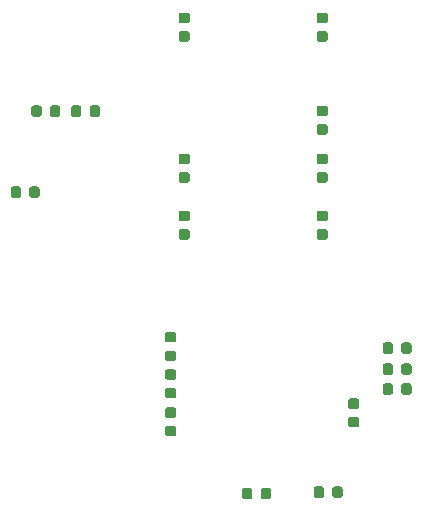
<source format=gbr>
G04 #@! TF.GenerationSoftware,KiCad,Pcbnew,5.1.2*
G04 #@! TF.CreationDate,2019-07-22T21:22:39-05:00*
G04 #@! TF.ProjectId,Raptor2000,52617074-6f72-4323-9030-302e6b696361,A*
G04 #@! TF.SameCoordinates,Original*
G04 #@! TF.FileFunction,Paste,Bot*
G04 #@! TF.FilePolarity,Positive*
%FSLAX46Y46*%
G04 Gerber Fmt 4.6, Leading zero omitted, Abs format (unit mm)*
G04 Created by KiCad (PCBNEW 5.1.2) date 2019-07-22 21:22:39*
%MOMM*%
%LPD*%
G04 APERTURE LIST*
%ADD10C,0.100000*%
%ADD11C,0.875000*%
G04 APERTURE END LIST*
D10*
G36*
X129094191Y-68169553D02*
G01*
X129115426Y-68172703D01*
X129136250Y-68177919D01*
X129156462Y-68185151D01*
X129175868Y-68194330D01*
X129194281Y-68205366D01*
X129211524Y-68218154D01*
X129227430Y-68232570D01*
X129241846Y-68248476D01*
X129254634Y-68265719D01*
X129265670Y-68284132D01*
X129274849Y-68303538D01*
X129282081Y-68323750D01*
X129287297Y-68344574D01*
X129290447Y-68365809D01*
X129291500Y-68387250D01*
X129291500Y-68899750D01*
X129290447Y-68921191D01*
X129287297Y-68942426D01*
X129282081Y-68963250D01*
X129274849Y-68983462D01*
X129265670Y-69002868D01*
X129254634Y-69021281D01*
X129241846Y-69038524D01*
X129227430Y-69054430D01*
X129211524Y-69068846D01*
X129194281Y-69081634D01*
X129175868Y-69092670D01*
X129156462Y-69101849D01*
X129136250Y-69109081D01*
X129115426Y-69114297D01*
X129094191Y-69117447D01*
X129072750Y-69118500D01*
X128635250Y-69118500D01*
X128613809Y-69117447D01*
X128592574Y-69114297D01*
X128571750Y-69109081D01*
X128551538Y-69101849D01*
X128532132Y-69092670D01*
X128513719Y-69081634D01*
X128496476Y-69068846D01*
X128480570Y-69054430D01*
X128466154Y-69038524D01*
X128453366Y-69021281D01*
X128442330Y-69002868D01*
X128433151Y-68983462D01*
X128425919Y-68963250D01*
X128420703Y-68942426D01*
X128417553Y-68921191D01*
X128416500Y-68899750D01*
X128416500Y-68387250D01*
X128417553Y-68365809D01*
X128420703Y-68344574D01*
X128425919Y-68323750D01*
X128433151Y-68303538D01*
X128442330Y-68284132D01*
X128453366Y-68265719D01*
X128466154Y-68248476D01*
X128480570Y-68232570D01*
X128496476Y-68218154D01*
X128513719Y-68205366D01*
X128532132Y-68194330D01*
X128551538Y-68185151D01*
X128571750Y-68177919D01*
X128592574Y-68172703D01*
X128613809Y-68169553D01*
X128635250Y-68168500D01*
X129072750Y-68168500D01*
X129094191Y-68169553D01*
X129094191Y-68169553D01*
G37*
D11*
X128854000Y-68643500D03*
D10*
G36*
X130669191Y-68169553D02*
G01*
X130690426Y-68172703D01*
X130711250Y-68177919D01*
X130731462Y-68185151D01*
X130750868Y-68194330D01*
X130769281Y-68205366D01*
X130786524Y-68218154D01*
X130802430Y-68232570D01*
X130816846Y-68248476D01*
X130829634Y-68265719D01*
X130840670Y-68284132D01*
X130849849Y-68303538D01*
X130857081Y-68323750D01*
X130862297Y-68344574D01*
X130865447Y-68365809D01*
X130866500Y-68387250D01*
X130866500Y-68899750D01*
X130865447Y-68921191D01*
X130862297Y-68942426D01*
X130857081Y-68963250D01*
X130849849Y-68983462D01*
X130840670Y-69002868D01*
X130829634Y-69021281D01*
X130816846Y-69038524D01*
X130802430Y-69054430D01*
X130786524Y-69068846D01*
X130769281Y-69081634D01*
X130750868Y-69092670D01*
X130731462Y-69101849D01*
X130711250Y-69109081D01*
X130690426Y-69114297D01*
X130669191Y-69117447D01*
X130647750Y-69118500D01*
X130210250Y-69118500D01*
X130188809Y-69117447D01*
X130167574Y-69114297D01*
X130146750Y-69109081D01*
X130126538Y-69101849D01*
X130107132Y-69092670D01*
X130088719Y-69081634D01*
X130071476Y-69068846D01*
X130055570Y-69054430D01*
X130041154Y-69038524D01*
X130028366Y-69021281D01*
X130017330Y-69002868D01*
X130008151Y-68983462D01*
X130000919Y-68963250D01*
X129995703Y-68942426D01*
X129992553Y-68921191D01*
X129991500Y-68899750D01*
X129991500Y-68387250D01*
X129992553Y-68365809D01*
X129995703Y-68344574D01*
X130000919Y-68323750D01*
X130008151Y-68303538D01*
X130017330Y-68284132D01*
X130028366Y-68265719D01*
X130041154Y-68248476D01*
X130055570Y-68232570D01*
X130071476Y-68218154D01*
X130088719Y-68205366D01*
X130107132Y-68194330D01*
X130126538Y-68185151D01*
X130146750Y-68177919D01*
X130167574Y-68172703D01*
X130188809Y-68169553D01*
X130210250Y-68168500D01*
X130647750Y-68168500D01*
X130669191Y-68169553D01*
X130669191Y-68169553D01*
G37*
D11*
X130429000Y-68643500D03*
D10*
G36*
X154570691Y-100427553D02*
G01*
X154591926Y-100430703D01*
X154612750Y-100435919D01*
X154632962Y-100443151D01*
X154652368Y-100452330D01*
X154670781Y-100463366D01*
X154688024Y-100476154D01*
X154703930Y-100490570D01*
X154718346Y-100506476D01*
X154731134Y-100523719D01*
X154742170Y-100542132D01*
X154751349Y-100561538D01*
X154758581Y-100581750D01*
X154763797Y-100602574D01*
X154766947Y-100623809D01*
X154768000Y-100645250D01*
X154768000Y-101157750D01*
X154766947Y-101179191D01*
X154763797Y-101200426D01*
X154758581Y-101221250D01*
X154751349Y-101241462D01*
X154742170Y-101260868D01*
X154731134Y-101279281D01*
X154718346Y-101296524D01*
X154703930Y-101312430D01*
X154688024Y-101326846D01*
X154670781Y-101339634D01*
X154652368Y-101350670D01*
X154632962Y-101359849D01*
X154612750Y-101367081D01*
X154591926Y-101372297D01*
X154570691Y-101375447D01*
X154549250Y-101376500D01*
X154111750Y-101376500D01*
X154090309Y-101375447D01*
X154069074Y-101372297D01*
X154048250Y-101367081D01*
X154028038Y-101359849D01*
X154008632Y-101350670D01*
X153990219Y-101339634D01*
X153972976Y-101326846D01*
X153957070Y-101312430D01*
X153942654Y-101296524D01*
X153929866Y-101279281D01*
X153918830Y-101260868D01*
X153909651Y-101241462D01*
X153902419Y-101221250D01*
X153897203Y-101200426D01*
X153894053Y-101179191D01*
X153893000Y-101157750D01*
X153893000Y-100645250D01*
X153894053Y-100623809D01*
X153897203Y-100602574D01*
X153902419Y-100581750D01*
X153909651Y-100561538D01*
X153918830Y-100542132D01*
X153929866Y-100523719D01*
X153942654Y-100506476D01*
X153957070Y-100490570D01*
X153972976Y-100476154D01*
X153990219Y-100463366D01*
X154008632Y-100452330D01*
X154028038Y-100443151D01*
X154048250Y-100435919D01*
X154069074Y-100430703D01*
X154090309Y-100427553D01*
X154111750Y-100426500D01*
X154549250Y-100426500D01*
X154570691Y-100427553D01*
X154570691Y-100427553D01*
G37*
D11*
X154330500Y-100901500D03*
D10*
G36*
X152995691Y-100427553D02*
G01*
X153016926Y-100430703D01*
X153037750Y-100435919D01*
X153057962Y-100443151D01*
X153077368Y-100452330D01*
X153095781Y-100463366D01*
X153113024Y-100476154D01*
X153128930Y-100490570D01*
X153143346Y-100506476D01*
X153156134Y-100523719D01*
X153167170Y-100542132D01*
X153176349Y-100561538D01*
X153183581Y-100581750D01*
X153188797Y-100602574D01*
X153191947Y-100623809D01*
X153193000Y-100645250D01*
X153193000Y-101157750D01*
X153191947Y-101179191D01*
X153188797Y-101200426D01*
X153183581Y-101221250D01*
X153176349Y-101241462D01*
X153167170Y-101260868D01*
X153156134Y-101279281D01*
X153143346Y-101296524D01*
X153128930Y-101312430D01*
X153113024Y-101326846D01*
X153095781Y-101339634D01*
X153077368Y-101350670D01*
X153057962Y-101359849D01*
X153037750Y-101367081D01*
X153016926Y-101372297D01*
X152995691Y-101375447D01*
X152974250Y-101376500D01*
X152536750Y-101376500D01*
X152515309Y-101375447D01*
X152494074Y-101372297D01*
X152473250Y-101367081D01*
X152453038Y-101359849D01*
X152433632Y-101350670D01*
X152415219Y-101339634D01*
X152397976Y-101326846D01*
X152382070Y-101312430D01*
X152367654Y-101296524D01*
X152354866Y-101279281D01*
X152343830Y-101260868D01*
X152334651Y-101241462D01*
X152327419Y-101221250D01*
X152322203Y-101200426D01*
X152319053Y-101179191D01*
X152318000Y-101157750D01*
X152318000Y-100645250D01*
X152319053Y-100623809D01*
X152322203Y-100602574D01*
X152327419Y-100581750D01*
X152334651Y-100561538D01*
X152343830Y-100542132D01*
X152354866Y-100523719D01*
X152367654Y-100506476D01*
X152382070Y-100490570D01*
X152397976Y-100476154D01*
X152415219Y-100463366D01*
X152433632Y-100452330D01*
X152453038Y-100443151D01*
X152473250Y-100435919D01*
X152494074Y-100430703D01*
X152515309Y-100427553D01*
X152536750Y-100426500D01*
X152974250Y-100426500D01*
X152995691Y-100427553D01*
X152995691Y-100427553D01*
G37*
D11*
X152755500Y-100901500D03*
D10*
G36*
X132447191Y-68169553D02*
G01*
X132468426Y-68172703D01*
X132489250Y-68177919D01*
X132509462Y-68185151D01*
X132528868Y-68194330D01*
X132547281Y-68205366D01*
X132564524Y-68218154D01*
X132580430Y-68232570D01*
X132594846Y-68248476D01*
X132607634Y-68265719D01*
X132618670Y-68284132D01*
X132627849Y-68303538D01*
X132635081Y-68323750D01*
X132640297Y-68344574D01*
X132643447Y-68365809D01*
X132644500Y-68387250D01*
X132644500Y-68899750D01*
X132643447Y-68921191D01*
X132640297Y-68942426D01*
X132635081Y-68963250D01*
X132627849Y-68983462D01*
X132618670Y-69002868D01*
X132607634Y-69021281D01*
X132594846Y-69038524D01*
X132580430Y-69054430D01*
X132564524Y-69068846D01*
X132547281Y-69081634D01*
X132528868Y-69092670D01*
X132509462Y-69101849D01*
X132489250Y-69109081D01*
X132468426Y-69114297D01*
X132447191Y-69117447D01*
X132425750Y-69118500D01*
X131988250Y-69118500D01*
X131966809Y-69117447D01*
X131945574Y-69114297D01*
X131924750Y-69109081D01*
X131904538Y-69101849D01*
X131885132Y-69092670D01*
X131866719Y-69081634D01*
X131849476Y-69068846D01*
X131833570Y-69054430D01*
X131819154Y-69038524D01*
X131806366Y-69021281D01*
X131795330Y-69002868D01*
X131786151Y-68983462D01*
X131778919Y-68963250D01*
X131773703Y-68942426D01*
X131770553Y-68921191D01*
X131769500Y-68899750D01*
X131769500Y-68387250D01*
X131770553Y-68365809D01*
X131773703Y-68344574D01*
X131778919Y-68323750D01*
X131786151Y-68303538D01*
X131795330Y-68284132D01*
X131806366Y-68265719D01*
X131819154Y-68248476D01*
X131833570Y-68232570D01*
X131849476Y-68218154D01*
X131866719Y-68205366D01*
X131885132Y-68194330D01*
X131904538Y-68185151D01*
X131924750Y-68177919D01*
X131945574Y-68172703D01*
X131966809Y-68169553D01*
X131988250Y-68168500D01*
X132425750Y-68168500D01*
X132447191Y-68169553D01*
X132447191Y-68169553D01*
G37*
D11*
X132207000Y-68643500D03*
D10*
G36*
X134022191Y-68169553D02*
G01*
X134043426Y-68172703D01*
X134064250Y-68177919D01*
X134084462Y-68185151D01*
X134103868Y-68194330D01*
X134122281Y-68205366D01*
X134139524Y-68218154D01*
X134155430Y-68232570D01*
X134169846Y-68248476D01*
X134182634Y-68265719D01*
X134193670Y-68284132D01*
X134202849Y-68303538D01*
X134210081Y-68323750D01*
X134215297Y-68344574D01*
X134218447Y-68365809D01*
X134219500Y-68387250D01*
X134219500Y-68899750D01*
X134218447Y-68921191D01*
X134215297Y-68942426D01*
X134210081Y-68963250D01*
X134202849Y-68983462D01*
X134193670Y-69002868D01*
X134182634Y-69021281D01*
X134169846Y-69038524D01*
X134155430Y-69054430D01*
X134139524Y-69068846D01*
X134122281Y-69081634D01*
X134103868Y-69092670D01*
X134084462Y-69101849D01*
X134064250Y-69109081D01*
X134043426Y-69114297D01*
X134022191Y-69117447D01*
X134000750Y-69118500D01*
X133563250Y-69118500D01*
X133541809Y-69117447D01*
X133520574Y-69114297D01*
X133499750Y-69109081D01*
X133479538Y-69101849D01*
X133460132Y-69092670D01*
X133441719Y-69081634D01*
X133424476Y-69068846D01*
X133408570Y-69054430D01*
X133394154Y-69038524D01*
X133381366Y-69021281D01*
X133370330Y-69002868D01*
X133361151Y-68983462D01*
X133353919Y-68963250D01*
X133348703Y-68942426D01*
X133345553Y-68921191D01*
X133344500Y-68899750D01*
X133344500Y-68387250D01*
X133345553Y-68365809D01*
X133348703Y-68344574D01*
X133353919Y-68323750D01*
X133361151Y-68303538D01*
X133370330Y-68284132D01*
X133381366Y-68265719D01*
X133394154Y-68248476D01*
X133408570Y-68232570D01*
X133424476Y-68218154D01*
X133441719Y-68205366D01*
X133460132Y-68194330D01*
X133479538Y-68185151D01*
X133499750Y-68177919D01*
X133520574Y-68172703D01*
X133541809Y-68169553D01*
X133563250Y-68168500D01*
X134000750Y-68168500D01*
X134022191Y-68169553D01*
X134022191Y-68169553D01*
G37*
D11*
X133782000Y-68643500D03*
D10*
G36*
X127341691Y-75027553D02*
G01*
X127362926Y-75030703D01*
X127383750Y-75035919D01*
X127403962Y-75043151D01*
X127423368Y-75052330D01*
X127441781Y-75063366D01*
X127459024Y-75076154D01*
X127474930Y-75090570D01*
X127489346Y-75106476D01*
X127502134Y-75123719D01*
X127513170Y-75142132D01*
X127522349Y-75161538D01*
X127529581Y-75181750D01*
X127534797Y-75202574D01*
X127537947Y-75223809D01*
X127539000Y-75245250D01*
X127539000Y-75757750D01*
X127537947Y-75779191D01*
X127534797Y-75800426D01*
X127529581Y-75821250D01*
X127522349Y-75841462D01*
X127513170Y-75860868D01*
X127502134Y-75879281D01*
X127489346Y-75896524D01*
X127474930Y-75912430D01*
X127459024Y-75926846D01*
X127441781Y-75939634D01*
X127423368Y-75950670D01*
X127403962Y-75959849D01*
X127383750Y-75967081D01*
X127362926Y-75972297D01*
X127341691Y-75975447D01*
X127320250Y-75976500D01*
X126882750Y-75976500D01*
X126861309Y-75975447D01*
X126840074Y-75972297D01*
X126819250Y-75967081D01*
X126799038Y-75959849D01*
X126779632Y-75950670D01*
X126761219Y-75939634D01*
X126743976Y-75926846D01*
X126728070Y-75912430D01*
X126713654Y-75896524D01*
X126700866Y-75879281D01*
X126689830Y-75860868D01*
X126680651Y-75841462D01*
X126673419Y-75821250D01*
X126668203Y-75800426D01*
X126665053Y-75779191D01*
X126664000Y-75757750D01*
X126664000Y-75245250D01*
X126665053Y-75223809D01*
X126668203Y-75202574D01*
X126673419Y-75181750D01*
X126680651Y-75161538D01*
X126689830Y-75142132D01*
X126700866Y-75123719D01*
X126713654Y-75106476D01*
X126728070Y-75090570D01*
X126743976Y-75076154D01*
X126761219Y-75063366D01*
X126779632Y-75052330D01*
X126799038Y-75043151D01*
X126819250Y-75035919D01*
X126840074Y-75030703D01*
X126861309Y-75027553D01*
X126882750Y-75026500D01*
X127320250Y-75026500D01*
X127341691Y-75027553D01*
X127341691Y-75027553D01*
G37*
D11*
X127101500Y-75501500D03*
D10*
G36*
X128916691Y-75027553D02*
G01*
X128937926Y-75030703D01*
X128958750Y-75035919D01*
X128978962Y-75043151D01*
X128998368Y-75052330D01*
X129016781Y-75063366D01*
X129034024Y-75076154D01*
X129049930Y-75090570D01*
X129064346Y-75106476D01*
X129077134Y-75123719D01*
X129088170Y-75142132D01*
X129097349Y-75161538D01*
X129104581Y-75181750D01*
X129109797Y-75202574D01*
X129112947Y-75223809D01*
X129114000Y-75245250D01*
X129114000Y-75757750D01*
X129112947Y-75779191D01*
X129109797Y-75800426D01*
X129104581Y-75821250D01*
X129097349Y-75841462D01*
X129088170Y-75860868D01*
X129077134Y-75879281D01*
X129064346Y-75896524D01*
X129049930Y-75912430D01*
X129034024Y-75926846D01*
X129016781Y-75939634D01*
X128998368Y-75950670D01*
X128978962Y-75959849D01*
X128958750Y-75967081D01*
X128937926Y-75972297D01*
X128916691Y-75975447D01*
X128895250Y-75976500D01*
X128457750Y-75976500D01*
X128436309Y-75975447D01*
X128415074Y-75972297D01*
X128394250Y-75967081D01*
X128374038Y-75959849D01*
X128354632Y-75950670D01*
X128336219Y-75939634D01*
X128318976Y-75926846D01*
X128303070Y-75912430D01*
X128288654Y-75896524D01*
X128275866Y-75879281D01*
X128264830Y-75860868D01*
X128255651Y-75841462D01*
X128248419Y-75821250D01*
X128243203Y-75800426D01*
X128240053Y-75779191D01*
X128239000Y-75757750D01*
X128239000Y-75245250D01*
X128240053Y-75223809D01*
X128243203Y-75202574D01*
X128248419Y-75181750D01*
X128255651Y-75161538D01*
X128264830Y-75142132D01*
X128275866Y-75123719D01*
X128288654Y-75106476D01*
X128303070Y-75090570D01*
X128318976Y-75076154D01*
X128336219Y-75063366D01*
X128354632Y-75052330D01*
X128374038Y-75043151D01*
X128394250Y-75035919D01*
X128415074Y-75030703D01*
X128436309Y-75027553D01*
X128457750Y-75026500D01*
X128895250Y-75026500D01*
X128916691Y-75027553D01*
X128916691Y-75027553D01*
G37*
D11*
X128676500Y-75501500D03*
D10*
G36*
X140485691Y-88933553D02*
G01*
X140506926Y-88936703D01*
X140527750Y-88941919D01*
X140547962Y-88949151D01*
X140567368Y-88958330D01*
X140585781Y-88969366D01*
X140603024Y-88982154D01*
X140618930Y-88996570D01*
X140633346Y-89012476D01*
X140646134Y-89029719D01*
X140657170Y-89048132D01*
X140666349Y-89067538D01*
X140673581Y-89087750D01*
X140678797Y-89108574D01*
X140681947Y-89129809D01*
X140683000Y-89151250D01*
X140683000Y-89588750D01*
X140681947Y-89610191D01*
X140678797Y-89631426D01*
X140673581Y-89652250D01*
X140666349Y-89672462D01*
X140657170Y-89691868D01*
X140646134Y-89710281D01*
X140633346Y-89727524D01*
X140618930Y-89743430D01*
X140603024Y-89757846D01*
X140585781Y-89770634D01*
X140567368Y-89781670D01*
X140547962Y-89790849D01*
X140527750Y-89798081D01*
X140506926Y-89803297D01*
X140485691Y-89806447D01*
X140464250Y-89807500D01*
X139951750Y-89807500D01*
X139930309Y-89806447D01*
X139909074Y-89803297D01*
X139888250Y-89798081D01*
X139868038Y-89790849D01*
X139848632Y-89781670D01*
X139830219Y-89770634D01*
X139812976Y-89757846D01*
X139797070Y-89743430D01*
X139782654Y-89727524D01*
X139769866Y-89710281D01*
X139758830Y-89691868D01*
X139749651Y-89672462D01*
X139742419Y-89652250D01*
X139737203Y-89631426D01*
X139734053Y-89610191D01*
X139733000Y-89588750D01*
X139733000Y-89151250D01*
X139734053Y-89129809D01*
X139737203Y-89108574D01*
X139742419Y-89087750D01*
X139749651Y-89067538D01*
X139758830Y-89048132D01*
X139769866Y-89029719D01*
X139782654Y-89012476D01*
X139797070Y-88996570D01*
X139812976Y-88982154D01*
X139830219Y-88969366D01*
X139848632Y-88958330D01*
X139868038Y-88949151D01*
X139888250Y-88941919D01*
X139909074Y-88936703D01*
X139930309Y-88933553D01*
X139951750Y-88932500D01*
X140464250Y-88932500D01*
X140485691Y-88933553D01*
X140485691Y-88933553D01*
G37*
D11*
X140208000Y-89370000D03*
D10*
G36*
X140485691Y-87358553D02*
G01*
X140506926Y-87361703D01*
X140527750Y-87366919D01*
X140547962Y-87374151D01*
X140567368Y-87383330D01*
X140585781Y-87394366D01*
X140603024Y-87407154D01*
X140618930Y-87421570D01*
X140633346Y-87437476D01*
X140646134Y-87454719D01*
X140657170Y-87473132D01*
X140666349Y-87492538D01*
X140673581Y-87512750D01*
X140678797Y-87533574D01*
X140681947Y-87554809D01*
X140683000Y-87576250D01*
X140683000Y-88013750D01*
X140681947Y-88035191D01*
X140678797Y-88056426D01*
X140673581Y-88077250D01*
X140666349Y-88097462D01*
X140657170Y-88116868D01*
X140646134Y-88135281D01*
X140633346Y-88152524D01*
X140618930Y-88168430D01*
X140603024Y-88182846D01*
X140585781Y-88195634D01*
X140567368Y-88206670D01*
X140547962Y-88215849D01*
X140527750Y-88223081D01*
X140506926Y-88228297D01*
X140485691Y-88231447D01*
X140464250Y-88232500D01*
X139951750Y-88232500D01*
X139930309Y-88231447D01*
X139909074Y-88228297D01*
X139888250Y-88223081D01*
X139868038Y-88215849D01*
X139848632Y-88206670D01*
X139830219Y-88195634D01*
X139812976Y-88182846D01*
X139797070Y-88168430D01*
X139782654Y-88152524D01*
X139769866Y-88135281D01*
X139758830Y-88116868D01*
X139749651Y-88097462D01*
X139742419Y-88077250D01*
X139737203Y-88056426D01*
X139734053Y-88035191D01*
X139733000Y-88013750D01*
X139733000Y-87576250D01*
X139734053Y-87554809D01*
X139737203Y-87533574D01*
X139742419Y-87512750D01*
X139749651Y-87492538D01*
X139758830Y-87473132D01*
X139769866Y-87454719D01*
X139782654Y-87437476D01*
X139797070Y-87421570D01*
X139812976Y-87407154D01*
X139830219Y-87394366D01*
X139848632Y-87383330D01*
X139868038Y-87374151D01*
X139888250Y-87366919D01*
X139909074Y-87361703D01*
X139930309Y-87358553D01*
X139951750Y-87357500D01*
X140464250Y-87357500D01*
X140485691Y-87358553D01*
X140485691Y-87358553D01*
G37*
D11*
X140208000Y-87795000D03*
D10*
G36*
X140485691Y-90508053D02*
G01*
X140506926Y-90511203D01*
X140527750Y-90516419D01*
X140547962Y-90523651D01*
X140567368Y-90532830D01*
X140585781Y-90543866D01*
X140603024Y-90556654D01*
X140618930Y-90571070D01*
X140633346Y-90586976D01*
X140646134Y-90604219D01*
X140657170Y-90622632D01*
X140666349Y-90642038D01*
X140673581Y-90662250D01*
X140678797Y-90683074D01*
X140681947Y-90704309D01*
X140683000Y-90725750D01*
X140683000Y-91163250D01*
X140681947Y-91184691D01*
X140678797Y-91205926D01*
X140673581Y-91226750D01*
X140666349Y-91246962D01*
X140657170Y-91266368D01*
X140646134Y-91284781D01*
X140633346Y-91302024D01*
X140618930Y-91317930D01*
X140603024Y-91332346D01*
X140585781Y-91345134D01*
X140567368Y-91356170D01*
X140547962Y-91365349D01*
X140527750Y-91372581D01*
X140506926Y-91377797D01*
X140485691Y-91380947D01*
X140464250Y-91382000D01*
X139951750Y-91382000D01*
X139930309Y-91380947D01*
X139909074Y-91377797D01*
X139888250Y-91372581D01*
X139868038Y-91365349D01*
X139848632Y-91356170D01*
X139830219Y-91345134D01*
X139812976Y-91332346D01*
X139797070Y-91317930D01*
X139782654Y-91302024D01*
X139769866Y-91284781D01*
X139758830Y-91266368D01*
X139749651Y-91246962D01*
X139742419Y-91226750D01*
X139737203Y-91205926D01*
X139734053Y-91184691D01*
X139733000Y-91163250D01*
X139733000Y-90725750D01*
X139734053Y-90704309D01*
X139737203Y-90683074D01*
X139742419Y-90662250D01*
X139749651Y-90642038D01*
X139758830Y-90622632D01*
X139769866Y-90604219D01*
X139782654Y-90586976D01*
X139797070Y-90571070D01*
X139812976Y-90556654D01*
X139830219Y-90543866D01*
X139848632Y-90532830D01*
X139868038Y-90523651D01*
X139888250Y-90516419D01*
X139909074Y-90511203D01*
X139930309Y-90508053D01*
X139951750Y-90507000D01*
X140464250Y-90507000D01*
X140485691Y-90508053D01*
X140485691Y-90508053D01*
G37*
D11*
X140208000Y-90944500D03*
D10*
G36*
X140485691Y-92083053D02*
G01*
X140506926Y-92086203D01*
X140527750Y-92091419D01*
X140547962Y-92098651D01*
X140567368Y-92107830D01*
X140585781Y-92118866D01*
X140603024Y-92131654D01*
X140618930Y-92146070D01*
X140633346Y-92161976D01*
X140646134Y-92179219D01*
X140657170Y-92197632D01*
X140666349Y-92217038D01*
X140673581Y-92237250D01*
X140678797Y-92258074D01*
X140681947Y-92279309D01*
X140683000Y-92300750D01*
X140683000Y-92738250D01*
X140681947Y-92759691D01*
X140678797Y-92780926D01*
X140673581Y-92801750D01*
X140666349Y-92821962D01*
X140657170Y-92841368D01*
X140646134Y-92859781D01*
X140633346Y-92877024D01*
X140618930Y-92892930D01*
X140603024Y-92907346D01*
X140585781Y-92920134D01*
X140567368Y-92931170D01*
X140547962Y-92940349D01*
X140527750Y-92947581D01*
X140506926Y-92952797D01*
X140485691Y-92955947D01*
X140464250Y-92957000D01*
X139951750Y-92957000D01*
X139930309Y-92955947D01*
X139909074Y-92952797D01*
X139888250Y-92947581D01*
X139868038Y-92940349D01*
X139848632Y-92931170D01*
X139830219Y-92920134D01*
X139812976Y-92907346D01*
X139797070Y-92892930D01*
X139782654Y-92877024D01*
X139769866Y-92859781D01*
X139758830Y-92841368D01*
X139749651Y-92821962D01*
X139742419Y-92801750D01*
X139737203Y-92780926D01*
X139734053Y-92759691D01*
X139733000Y-92738250D01*
X139733000Y-92300750D01*
X139734053Y-92279309D01*
X139737203Y-92258074D01*
X139742419Y-92237250D01*
X139749651Y-92217038D01*
X139758830Y-92197632D01*
X139769866Y-92179219D01*
X139782654Y-92161976D01*
X139797070Y-92146070D01*
X139812976Y-92131654D01*
X139830219Y-92118866D01*
X139848632Y-92107830D01*
X139868038Y-92098651D01*
X139888250Y-92091419D01*
X139909074Y-92086203D01*
X139930309Y-92083053D01*
X139951750Y-92082000D01*
X140464250Y-92082000D01*
X140485691Y-92083053D01*
X140485691Y-92083053D01*
G37*
D11*
X140208000Y-92519500D03*
D10*
G36*
X160412691Y-91702554D02*
G01*
X160433926Y-91705704D01*
X160454750Y-91710920D01*
X160474962Y-91718152D01*
X160494368Y-91727331D01*
X160512781Y-91738367D01*
X160530024Y-91751155D01*
X160545930Y-91765571D01*
X160560346Y-91781477D01*
X160573134Y-91798720D01*
X160584170Y-91817133D01*
X160593349Y-91836539D01*
X160600581Y-91856751D01*
X160605797Y-91877575D01*
X160608947Y-91898810D01*
X160610000Y-91920251D01*
X160610000Y-92432751D01*
X160608947Y-92454192D01*
X160605797Y-92475427D01*
X160600581Y-92496251D01*
X160593349Y-92516463D01*
X160584170Y-92535869D01*
X160573134Y-92554282D01*
X160560346Y-92571525D01*
X160545930Y-92587431D01*
X160530024Y-92601847D01*
X160512781Y-92614635D01*
X160494368Y-92625671D01*
X160474962Y-92634850D01*
X160454750Y-92642082D01*
X160433926Y-92647298D01*
X160412691Y-92650448D01*
X160391250Y-92651501D01*
X159953750Y-92651501D01*
X159932309Y-92650448D01*
X159911074Y-92647298D01*
X159890250Y-92642082D01*
X159870038Y-92634850D01*
X159850632Y-92625671D01*
X159832219Y-92614635D01*
X159814976Y-92601847D01*
X159799070Y-92587431D01*
X159784654Y-92571525D01*
X159771866Y-92554282D01*
X159760830Y-92535869D01*
X159751651Y-92516463D01*
X159744419Y-92496251D01*
X159739203Y-92475427D01*
X159736053Y-92454192D01*
X159735000Y-92432751D01*
X159735000Y-91920251D01*
X159736053Y-91898810D01*
X159739203Y-91877575D01*
X159744419Y-91856751D01*
X159751651Y-91836539D01*
X159760830Y-91817133D01*
X159771866Y-91798720D01*
X159784654Y-91781477D01*
X159799070Y-91765571D01*
X159814976Y-91751155D01*
X159832219Y-91738367D01*
X159850632Y-91727331D01*
X159870038Y-91718152D01*
X159890250Y-91710920D01*
X159911074Y-91705704D01*
X159932309Y-91702554D01*
X159953750Y-91701501D01*
X160391250Y-91701501D01*
X160412691Y-91702554D01*
X160412691Y-91702554D01*
G37*
D11*
X160172500Y-92176501D03*
D10*
G36*
X158837691Y-91702554D02*
G01*
X158858926Y-91705704D01*
X158879750Y-91710920D01*
X158899962Y-91718152D01*
X158919368Y-91727331D01*
X158937781Y-91738367D01*
X158955024Y-91751155D01*
X158970930Y-91765571D01*
X158985346Y-91781477D01*
X158998134Y-91798720D01*
X159009170Y-91817133D01*
X159018349Y-91836539D01*
X159025581Y-91856751D01*
X159030797Y-91877575D01*
X159033947Y-91898810D01*
X159035000Y-91920251D01*
X159035000Y-92432751D01*
X159033947Y-92454192D01*
X159030797Y-92475427D01*
X159025581Y-92496251D01*
X159018349Y-92516463D01*
X159009170Y-92535869D01*
X158998134Y-92554282D01*
X158985346Y-92571525D01*
X158970930Y-92587431D01*
X158955024Y-92601847D01*
X158937781Y-92614635D01*
X158919368Y-92625671D01*
X158899962Y-92634850D01*
X158879750Y-92642082D01*
X158858926Y-92647298D01*
X158837691Y-92650448D01*
X158816250Y-92651501D01*
X158378750Y-92651501D01*
X158357309Y-92650448D01*
X158336074Y-92647298D01*
X158315250Y-92642082D01*
X158295038Y-92634850D01*
X158275632Y-92625671D01*
X158257219Y-92614635D01*
X158239976Y-92601847D01*
X158224070Y-92587431D01*
X158209654Y-92571525D01*
X158196866Y-92554282D01*
X158185830Y-92535869D01*
X158176651Y-92516463D01*
X158169419Y-92496251D01*
X158164203Y-92475427D01*
X158161053Y-92454192D01*
X158160000Y-92432751D01*
X158160000Y-91920251D01*
X158161053Y-91898810D01*
X158164203Y-91877575D01*
X158169419Y-91856751D01*
X158176651Y-91836539D01*
X158185830Y-91817133D01*
X158196866Y-91798720D01*
X158209654Y-91781477D01*
X158224070Y-91765571D01*
X158239976Y-91751155D01*
X158257219Y-91738367D01*
X158275632Y-91727331D01*
X158295038Y-91718152D01*
X158315250Y-91710920D01*
X158336074Y-91705704D01*
X158357309Y-91702554D01*
X158378750Y-91701501D01*
X158816250Y-91701501D01*
X158837691Y-91702554D01*
X158837691Y-91702554D01*
G37*
D11*
X158597500Y-92176501D03*
D10*
G36*
X155979691Y-92972053D02*
G01*
X156000926Y-92975203D01*
X156021750Y-92980419D01*
X156041962Y-92987651D01*
X156061368Y-92996830D01*
X156079781Y-93007866D01*
X156097024Y-93020654D01*
X156112930Y-93035070D01*
X156127346Y-93050976D01*
X156140134Y-93068219D01*
X156151170Y-93086632D01*
X156160349Y-93106038D01*
X156167581Y-93126250D01*
X156172797Y-93147074D01*
X156175947Y-93168309D01*
X156177000Y-93189750D01*
X156177000Y-93627250D01*
X156175947Y-93648691D01*
X156172797Y-93669926D01*
X156167581Y-93690750D01*
X156160349Y-93710962D01*
X156151170Y-93730368D01*
X156140134Y-93748781D01*
X156127346Y-93766024D01*
X156112930Y-93781930D01*
X156097024Y-93796346D01*
X156079781Y-93809134D01*
X156061368Y-93820170D01*
X156041962Y-93829349D01*
X156021750Y-93836581D01*
X156000926Y-93841797D01*
X155979691Y-93844947D01*
X155958250Y-93846000D01*
X155445750Y-93846000D01*
X155424309Y-93844947D01*
X155403074Y-93841797D01*
X155382250Y-93836581D01*
X155362038Y-93829349D01*
X155342632Y-93820170D01*
X155324219Y-93809134D01*
X155306976Y-93796346D01*
X155291070Y-93781930D01*
X155276654Y-93766024D01*
X155263866Y-93748781D01*
X155252830Y-93730368D01*
X155243651Y-93710962D01*
X155236419Y-93690750D01*
X155231203Y-93669926D01*
X155228053Y-93648691D01*
X155227000Y-93627250D01*
X155227000Y-93189750D01*
X155228053Y-93168309D01*
X155231203Y-93147074D01*
X155236419Y-93126250D01*
X155243651Y-93106038D01*
X155252830Y-93086632D01*
X155263866Y-93068219D01*
X155276654Y-93050976D01*
X155291070Y-93035070D01*
X155306976Y-93020654D01*
X155324219Y-93007866D01*
X155342632Y-92996830D01*
X155362038Y-92987651D01*
X155382250Y-92980419D01*
X155403074Y-92975203D01*
X155424309Y-92972053D01*
X155445750Y-92971000D01*
X155958250Y-92971000D01*
X155979691Y-92972053D01*
X155979691Y-92972053D01*
G37*
D11*
X155702000Y-93408500D03*
D10*
G36*
X155979691Y-94547053D02*
G01*
X156000926Y-94550203D01*
X156021750Y-94555419D01*
X156041962Y-94562651D01*
X156061368Y-94571830D01*
X156079781Y-94582866D01*
X156097024Y-94595654D01*
X156112930Y-94610070D01*
X156127346Y-94625976D01*
X156140134Y-94643219D01*
X156151170Y-94661632D01*
X156160349Y-94681038D01*
X156167581Y-94701250D01*
X156172797Y-94722074D01*
X156175947Y-94743309D01*
X156177000Y-94764750D01*
X156177000Y-95202250D01*
X156175947Y-95223691D01*
X156172797Y-95244926D01*
X156167581Y-95265750D01*
X156160349Y-95285962D01*
X156151170Y-95305368D01*
X156140134Y-95323781D01*
X156127346Y-95341024D01*
X156112930Y-95356930D01*
X156097024Y-95371346D01*
X156079781Y-95384134D01*
X156061368Y-95395170D01*
X156041962Y-95404349D01*
X156021750Y-95411581D01*
X156000926Y-95416797D01*
X155979691Y-95419947D01*
X155958250Y-95421000D01*
X155445750Y-95421000D01*
X155424309Y-95419947D01*
X155403074Y-95416797D01*
X155382250Y-95411581D01*
X155362038Y-95404349D01*
X155342632Y-95395170D01*
X155324219Y-95384134D01*
X155306976Y-95371346D01*
X155291070Y-95356930D01*
X155276654Y-95341024D01*
X155263866Y-95323781D01*
X155252830Y-95305368D01*
X155243651Y-95285962D01*
X155236419Y-95265750D01*
X155231203Y-95244926D01*
X155228053Y-95223691D01*
X155227000Y-95202250D01*
X155227000Y-94764750D01*
X155228053Y-94743309D01*
X155231203Y-94722074D01*
X155236419Y-94701250D01*
X155243651Y-94681038D01*
X155252830Y-94661632D01*
X155263866Y-94643219D01*
X155276654Y-94625976D01*
X155291070Y-94610070D01*
X155306976Y-94595654D01*
X155324219Y-94582866D01*
X155342632Y-94571830D01*
X155362038Y-94562651D01*
X155382250Y-94555419D01*
X155403074Y-94550203D01*
X155424309Y-94547053D01*
X155445750Y-94546000D01*
X155958250Y-94546000D01*
X155979691Y-94547053D01*
X155979691Y-94547053D01*
G37*
D11*
X155702000Y-94983500D03*
D10*
G36*
X160412691Y-90013553D02*
G01*
X160433926Y-90016703D01*
X160454750Y-90021919D01*
X160474962Y-90029151D01*
X160494368Y-90038330D01*
X160512781Y-90049366D01*
X160530024Y-90062154D01*
X160545930Y-90076570D01*
X160560346Y-90092476D01*
X160573134Y-90109719D01*
X160584170Y-90128132D01*
X160593349Y-90147538D01*
X160600581Y-90167750D01*
X160605797Y-90188574D01*
X160608947Y-90209809D01*
X160610000Y-90231250D01*
X160610000Y-90743750D01*
X160608947Y-90765191D01*
X160605797Y-90786426D01*
X160600581Y-90807250D01*
X160593349Y-90827462D01*
X160584170Y-90846868D01*
X160573134Y-90865281D01*
X160560346Y-90882524D01*
X160545930Y-90898430D01*
X160530024Y-90912846D01*
X160512781Y-90925634D01*
X160494368Y-90936670D01*
X160474962Y-90945849D01*
X160454750Y-90953081D01*
X160433926Y-90958297D01*
X160412691Y-90961447D01*
X160391250Y-90962500D01*
X159953750Y-90962500D01*
X159932309Y-90961447D01*
X159911074Y-90958297D01*
X159890250Y-90953081D01*
X159870038Y-90945849D01*
X159850632Y-90936670D01*
X159832219Y-90925634D01*
X159814976Y-90912846D01*
X159799070Y-90898430D01*
X159784654Y-90882524D01*
X159771866Y-90865281D01*
X159760830Y-90846868D01*
X159751651Y-90827462D01*
X159744419Y-90807250D01*
X159739203Y-90786426D01*
X159736053Y-90765191D01*
X159735000Y-90743750D01*
X159735000Y-90231250D01*
X159736053Y-90209809D01*
X159739203Y-90188574D01*
X159744419Y-90167750D01*
X159751651Y-90147538D01*
X159760830Y-90128132D01*
X159771866Y-90109719D01*
X159784654Y-90092476D01*
X159799070Y-90076570D01*
X159814976Y-90062154D01*
X159832219Y-90049366D01*
X159850632Y-90038330D01*
X159870038Y-90029151D01*
X159890250Y-90021919D01*
X159911074Y-90016703D01*
X159932309Y-90013553D01*
X159953750Y-90012500D01*
X160391250Y-90012500D01*
X160412691Y-90013553D01*
X160412691Y-90013553D01*
G37*
D11*
X160172500Y-90487500D03*
D10*
G36*
X158837691Y-90013553D02*
G01*
X158858926Y-90016703D01*
X158879750Y-90021919D01*
X158899962Y-90029151D01*
X158919368Y-90038330D01*
X158937781Y-90049366D01*
X158955024Y-90062154D01*
X158970930Y-90076570D01*
X158985346Y-90092476D01*
X158998134Y-90109719D01*
X159009170Y-90128132D01*
X159018349Y-90147538D01*
X159025581Y-90167750D01*
X159030797Y-90188574D01*
X159033947Y-90209809D01*
X159035000Y-90231250D01*
X159035000Y-90743750D01*
X159033947Y-90765191D01*
X159030797Y-90786426D01*
X159025581Y-90807250D01*
X159018349Y-90827462D01*
X159009170Y-90846868D01*
X158998134Y-90865281D01*
X158985346Y-90882524D01*
X158970930Y-90898430D01*
X158955024Y-90912846D01*
X158937781Y-90925634D01*
X158919368Y-90936670D01*
X158899962Y-90945849D01*
X158879750Y-90953081D01*
X158858926Y-90958297D01*
X158837691Y-90961447D01*
X158816250Y-90962500D01*
X158378750Y-90962500D01*
X158357309Y-90961447D01*
X158336074Y-90958297D01*
X158315250Y-90953081D01*
X158295038Y-90945849D01*
X158275632Y-90936670D01*
X158257219Y-90925634D01*
X158239976Y-90912846D01*
X158224070Y-90898430D01*
X158209654Y-90882524D01*
X158196866Y-90865281D01*
X158185830Y-90846868D01*
X158176651Y-90827462D01*
X158169419Y-90807250D01*
X158164203Y-90786426D01*
X158161053Y-90765191D01*
X158160000Y-90743750D01*
X158160000Y-90231250D01*
X158161053Y-90209809D01*
X158164203Y-90188574D01*
X158169419Y-90167750D01*
X158176651Y-90147538D01*
X158185830Y-90128132D01*
X158196866Y-90109719D01*
X158209654Y-90092476D01*
X158224070Y-90076570D01*
X158239976Y-90062154D01*
X158257219Y-90049366D01*
X158275632Y-90038330D01*
X158295038Y-90029151D01*
X158315250Y-90021919D01*
X158336074Y-90016703D01*
X158357309Y-90013553D01*
X158378750Y-90012500D01*
X158816250Y-90012500D01*
X158837691Y-90013553D01*
X158837691Y-90013553D01*
G37*
D11*
X158597500Y-90487500D03*
D10*
G36*
X140485691Y-93734053D02*
G01*
X140506926Y-93737203D01*
X140527750Y-93742419D01*
X140547962Y-93749651D01*
X140567368Y-93758830D01*
X140585781Y-93769866D01*
X140603024Y-93782654D01*
X140618930Y-93797070D01*
X140633346Y-93812976D01*
X140646134Y-93830219D01*
X140657170Y-93848632D01*
X140666349Y-93868038D01*
X140673581Y-93888250D01*
X140678797Y-93909074D01*
X140681947Y-93930309D01*
X140683000Y-93951750D01*
X140683000Y-94389250D01*
X140681947Y-94410691D01*
X140678797Y-94431926D01*
X140673581Y-94452750D01*
X140666349Y-94472962D01*
X140657170Y-94492368D01*
X140646134Y-94510781D01*
X140633346Y-94528024D01*
X140618930Y-94543930D01*
X140603024Y-94558346D01*
X140585781Y-94571134D01*
X140567368Y-94582170D01*
X140547962Y-94591349D01*
X140527750Y-94598581D01*
X140506926Y-94603797D01*
X140485691Y-94606947D01*
X140464250Y-94608000D01*
X139951750Y-94608000D01*
X139930309Y-94606947D01*
X139909074Y-94603797D01*
X139888250Y-94598581D01*
X139868038Y-94591349D01*
X139848632Y-94582170D01*
X139830219Y-94571134D01*
X139812976Y-94558346D01*
X139797070Y-94543930D01*
X139782654Y-94528024D01*
X139769866Y-94510781D01*
X139758830Y-94492368D01*
X139749651Y-94472962D01*
X139742419Y-94452750D01*
X139737203Y-94431926D01*
X139734053Y-94410691D01*
X139733000Y-94389250D01*
X139733000Y-93951750D01*
X139734053Y-93930309D01*
X139737203Y-93909074D01*
X139742419Y-93888250D01*
X139749651Y-93868038D01*
X139758830Y-93848632D01*
X139769866Y-93830219D01*
X139782654Y-93812976D01*
X139797070Y-93797070D01*
X139812976Y-93782654D01*
X139830219Y-93769866D01*
X139848632Y-93758830D01*
X139868038Y-93749651D01*
X139888250Y-93742419D01*
X139909074Y-93737203D01*
X139930309Y-93734053D01*
X139951750Y-93733000D01*
X140464250Y-93733000D01*
X140485691Y-93734053D01*
X140485691Y-93734053D01*
G37*
D11*
X140208000Y-94170500D03*
D10*
G36*
X140485691Y-95309053D02*
G01*
X140506926Y-95312203D01*
X140527750Y-95317419D01*
X140547962Y-95324651D01*
X140567368Y-95333830D01*
X140585781Y-95344866D01*
X140603024Y-95357654D01*
X140618930Y-95372070D01*
X140633346Y-95387976D01*
X140646134Y-95405219D01*
X140657170Y-95423632D01*
X140666349Y-95443038D01*
X140673581Y-95463250D01*
X140678797Y-95484074D01*
X140681947Y-95505309D01*
X140683000Y-95526750D01*
X140683000Y-95964250D01*
X140681947Y-95985691D01*
X140678797Y-96006926D01*
X140673581Y-96027750D01*
X140666349Y-96047962D01*
X140657170Y-96067368D01*
X140646134Y-96085781D01*
X140633346Y-96103024D01*
X140618930Y-96118930D01*
X140603024Y-96133346D01*
X140585781Y-96146134D01*
X140567368Y-96157170D01*
X140547962Y-96166349D01*
X140527750Y-96173581D01*
X140506926Y-96178797D01*
X140485691Y-96181947D01*
X140464250Y-96183000D01*
X139951750Y-96183000D01*
X139930309Y-96181947D01*
X139909074Y-96178797D01*
X139888250Y-96173581D01*
X139868038Y-96166349D01*
X139848632Y-96157170D01*
X139830219Y-96146134D01*
X139812976Y-96133346D01*
X139797070Y-96118930D01*
X139782654Y-96103024D01*
X139769866Y-96085781D01*
X139758830Y-96067368D01*
X139749651Y-96047962D01*
X139742419Y-96027750D01*
X139737203Y-96006926D01*
X139734053Y-95985691D01*
X139733000Y-95964250D01*
X139733000Y-95526750D01*
X139734053Y-95505309D01*
X139737203Y-95484074D01*
X139742419Y-95463250D01*
X139749651Y-95443038D01*
X139758830Y-95423632D01*
X139769866Y-95405219D01*
X139782654Y-95387976D01*
X139797070Y-95372070D01*
X139812976Y-95357654D01*
X139830219Y-95344866D01*
X139848632Y-95333830D01*
X139868038Y-95324651D01*
X139888250Y-95317419D01*
X139909074Y-95312203D01*
X139930309Y-95309053D01*
X139951750Y-95308000D01*
X140464250Y-95308000D01*
X140485691Y-95309053D01*
X140485691Y-95309053D01*
G37*
D11*
X140208000Y-95745500D03*
D10*
G36*
X160412691Y-88235553D02*
G01*
X160433926Y-88238703D01*
X160454750Y-88243919D01*
X160474962Y-88251151D01*
X160494368Y-88260330D01*
X160512781Y-88271366D01*
X160530024Y-88284154D01*
X160545930Y-88298570D01*
X160560346Y-88314476D01*
X160573134Y-88331719D01*
X160584170Y-88350132D01*
X160593349Y-88369538D01*
X160600581Y-88389750D01*
X160605797Y-88410574D01*
X160608947Y-88431809D01*
X160610000Y-88453250D01*
X160610000Y-88965750D01*
X160608947Y-88987191D01*
X160605797Y-89008426D01*
X160600581Y-89029250D01*
X160593349Y-89049462D01*
X160584170Y-89068868D01*
X160573134Y-89087281D01*
X160560346Y-89104524D01*
X160545930Y-89120430D01*
X160530024Y-89134846D01*
X160512781Y-89147634D01*
X160494368Y-89158670D01*
X160474962Y-89167849D01*
X160454750Y-89175081D01*
X160433926Y-89180297D01*
X160412691Y-89183447D01*
X160391250Y-89184500D01*
X159953750Y-89184500D01*
X159932309Y-89183447D01*
X159911074Y-89180297D01*
X159890250Y-89175081D01*
X159870038Y-89167849D01*
X159850632Y-89158670D01*
X159832219Y-89147634D01*
X159814976Y-89134846D01*
X159799070Y-89120430D01*
X159784654Y-89104524D01*
X159771866Y-89087281D01*
X159760830Y-89068868D01*
X159751651Y-89049462D01*
X159744419Y-89029250D01*
X159739203Y-89008426D01*
X159736053Y-88987191D01*
X159735000Y-88965750D01*
X159735000Y-88453250D01*
X159736053Y-88431809D01*
X159739203Y-88410574D01*
X159744419Y-88389750D01*
X159751651Y-88369538D01*
X159760830Y-88350132D01*
X159771866Y-88331719D01*
X159784654Y-88314476D01*
X159799070Y-88298570D01*
X159814976Y-88284154D01*
X159832219Y-88271366D01*
X159850632Y-88260330D01*
X159870038Y-88251151D01*
X159890250Y-88243919D01*
X159911074Y-88238703D01*
X159932309Y-88235553D01*
X159953750Y-88234500D01*
X160391250Y-88234500D01*
X160412691Y-88235553D01*
X160412691Y-88235553D01*
G37*
D11*
X160172500Y-88709500D03*
D10*
G36*
X158837691Y-88235553D02*
G01*
X158858926Y-88238703D01*
X158879750Y-88243919D01*
X158899962Y-88251151D01*
X158919368Y-88260330D01*
X158937781Y-88271366D01*
X158955024Y-88284154D01*
X158970930Y-88298570D01*
X158985346Y-88314476D01*
X158998134Y-88331719D01*
X159009170Y-88350132D01*
X159018349Y-88369538D01*
X159025581Y-88389750D01*
X159030797Y-88410574D01*
X159033947Y-88431809D01*
X159035000Y-88453250D01*
X159035000Y-88965750D01*
X159033947Y-88987191D01*
X159030797Y-89008426D01*
X159025581Y-89029250D01*
X159018349Y-89049462D01*
X159009170Y-89068868D01*
X158998134Y-89087281D01*
X158985346Y-89104524D01*
X158970930Y-89120430D01*
X158955024Y-89134846D01*
X158937781Y-89147634D01*
X158919368Y-89158670D01*
X158899962Y-89167849D01*
X158879750Y-89175081D01*
X158858926Y-89180297D01*
X158837691Y-89183447D01*
X158816250Y-89184500D01*
X158378750Y-89184500D01*
X158357309Y-89183447D01*
X158336074Y-89180297D01*
X158315250Y-89175081D01*
X158295038Y-89167849D01*
X158275632Y-89158670D01*
X158257219Y-89147634D01*
X158239976Y-89134846D01*
X158224070Y-89120430D01*
X158209654Y-89104524D01*
X158196866Y-89087281D01*
X158185830Y-89068868D01*
X158176651Y-89049462D01*
X158169419Y-89029250D01*
X158164203Y-89008426D01*
X158161053Y-88987191D01*
X158160000Y-88965750D01*
X158160000Y-88453250D01*
X158161053Y-88431809D01*
X158164203Y-88410574D01*
X158169419Y-88389750D01*
X158176651Y-88369538D01*
X158185830Y-88350132D01*
X158196866Y-88331719D01*
X158209654Y-88314476D01*
X158224070Y-88298570D01*
X158239976Y-88284154D01*
X158257219Y-88271366D01*
X158275632Y-88260330D01*
X158295038Y-88251151D01*
X158315250Y-88243919D01*
X158336074Y-88238703D01*
X158357309Y-88235553D01*
X158378750Y-88234500D01*
X158816250Y-88234500D01*
X158837691Y-88235553D01*
X158837691Y-88235553D01*
G37*
D11*
X158597500Y-88709500D03*
D10*
G36*
X148500191Y-100554553D02*
G01*
X148521426Y-100557703D01*
X148542250Y-100562919D01*
X148562462Y-100570151D01*
X148581868Y-100579330D01*
X148600281Y-100590366D01*
X148617524Y-100603154D01*
X148633430Y-100617570D01*
X148647846Y-100633476D01*
X148660634Y-100650719D01*
X148671670Y-100669132D01*
X148680849Y-100688538D01*
X148688081Y-100708750D01*
X148693297Y-100729574D01*
X148696447Y-100750809D01*
X148697500Y-100772250D01*
X148697500Y-101284750D01*
X148696447Y-101306191D01*
X148693297Y-101327426D01*
X148688081Y-101348250D01*
X148680849Y-101368462D01*
X148671670Y-101387868D01*
X148660634Y-101406281D01*
X148647846Y-101423524D01*
X148633430Y-101439430D01*
X148617524Y-101453846D01*
X148600281Y-101466634D01*
X148581868Y-101477670D01*
X148562462Y-101486849D01*
X148542250Y-101494081D01*
X148521426Y-101499297D01*
X148500191Y-101502447D01*
X148478750Y-101503500D01*
X148041250Y-101503500D01*
X148019809Y-101502447D01*
X147998574Y-101499297D01*
X147977750Y-101494081D01*
X147957538Y-101486849D01*
X147938132Y-101477670D01*
X147919719Y-101466634D01*
X147902476Y-101453846D01*
X147886570Y-101439430D01*
X147872154Y-101423524D01*
X147859366Y-101406281D01*
X147848330Y-101387868D01*
X147839151Y-101368462D01*
X147831919Y-101348250D01*
X147826703Y-101327426D01*
X147823553Y-101306191D01*
X147822500Y-101284750D01*
X147822500Y-100772250D01*
X147823553Y-100750809D01*
X147826703Y-100729574D01*
X147831919Y-100708750D01*
X147839151Y-100688538D01*
X147848330Y-100669132D01*
X147859366Y-100650719D01*
X147872154Y-100633476D01*
X147886570Y-100617570D01*
X147902476Y-100603154D01*
X147919719Y-100590366D01*
X147938132Y-100579330D01*
X147957538Y-100570151D01*
X147977750Y-100562919D01*
X147998574Y-100557703D01*
X148019809Y-100554553D01*
X148041250Y-100553500D01*
X148478750Y-100553500D01*
X148500191Y-100554553D01*
X148500191Y-100554553D01*
G37*
D11*
X148260000Y-101028500D03*
D10*
G36*
X146925191Y-100554553D02*
G01*
X146946426Y-100557703D01*
X146967250Y-100562919D01*
X146987462Y-100570151D01*
X147006868Y-100579330D01*
X147025281Y-100590366D01*
X147042524Y-100603154D01*
X147058430Y-100617570D01*
X147072846Y-100633476D01*
X147085634Y-100650719D01*
X147096670Y-100669132D01*
X147105849Y-100688538D01*
X147113081Y-100708750D01*
X147118297Y-100729574D01*
X147121447Y-100750809D01*
X147122500Y-100772250D01*
X147122500Y-101284750D01*
X147121447Y-101306191D01*
X147118297Y-101327426D01*
X147113081Y-101348250D01*
X147105849Y-101368462D01*
X147096670Y-101387868D01*
X147085634Y-101406281D01*
X147072846Y-101423524D01*
X147058430Y-101439430D01*
X147042524Y-101453846D01*
X147025281Y-101466634D01*
X147006868Y-101477670D01*
X146987462Y-101486849D01*
X146967250Y-101494081D01*
X146946426Y-101499297D01*
X146925191Y-101502447D01*
X146903750Y-101503500D01*
X146466250Y-101503500D01*
X146444809Y-101502447D01*
X146423574Y-101499297D01*
X146402750Y-101494081D01*
X146382538Y-101486849D01*
X146363132Y-101477670D01*
X146344719Y-101466634D01*
X146327476Y-101453846D01*
X146311570Y-101439430D01*
X146297154Y-101423524D01*
X146284366Y-101406281D01*
X146273330Y-101387868D01*
X146264151Y-101368462D01*
X146256919Y-101348250D01*
X146251703Y-101327426D01*
X146248553Y-101306191D01*
X146247500Y-101284750D01*
X146247500Y-100772250D01*
X146248553Y-100750809D01*
X146251703Y-100729574D01*
X146256919Y-100708750D01*
X146264151Y-100688538D01*
X146273330Y-100669132D01*
X146284366Y-100650719D01*
X146297154Y-100633476D01*
X146311570Y-100617570D01*
X146327476Y-100603154D01*
X146344719Y-100590366D01*
X146363132Y-100579330D01*
X146382538Y-100570151D01*
X146402750Y-100562919D01*
X146423574Y-100557703D01*
X146444809Y-100554553D01*
X146466250Y-100553500D01*
X146903750Y-100553500D01*
X146925191Y-100554553D01*
X146925191Y-100554553D01*
G37*
D11*
X146685000Y-101028500D03*
D10*
G36*
X153312691Y-68181553D02*
G01*
X153333926Y-68184703D01*
X153354750Y-68189919D01*
X153374962Y-68197151D01*
X153394368Y-68206330D01*
X153412781Y-68217366D01*
X153430024Y-68230154D01*
X153445930Y-68244570D01*
X153460346Y-68260476D01*
X153473134Y-68277719D01*
X153484170Y-68296132D01*
X153493349Y-68315538D01*
X153500581Y-68335750D01*
X153505797Y-68356574D01*
X153508947Y-68377809D01*
X153510000Y-68399250D01*
X153510000Y-68836750D01*
X153508947Y-68858191D01*
X153505797Y-68879426D01*
X153500581Y-68900250D01*
X153493349Y-68920462D01*
X153484170Y-68939868D01*
X153473134Y-68958281D01*
X153460346Y-68975524D01*
X153445930Y-68991430D01*
X153430024Y-69005846D01*
X153412781Y-69018634D01*
X153394368Y-69029670D01*
X153374962Y-69038849D01*
X153354750Y-69046081D01*
X153333926Y-69051297D01*
X153312691Y-69054447D01*
X153291250Y-69055500D01*
X152778750Y-69055500D01*
X152757309Y-69054447D01*
X152736074Y-69051297D01*
X152715250Y-69046081D01*
X152695038Y-69038849D01*
X152675632Y-69029670D01*
X152657219Y-69018634D01*
X152639976Y-69005846D01*
X152624070Y-68991430D01*
X152609654Y-68975524D01*
X152596866Y-68958281D01*
X152585830Y-68939868D01*
X152576651Y-68920462D01*
X152569419Y-68900250D01*
X152564203Y-68879426D01*
X152561053Y-68858191D01*
X152560000Y-68836750D01*
X152560000Y-68399250D01*
X152561053Y-68377809D01*
X152564203Y-68356574D01*
X152569419Y-68335750D01*
X152576651Y-68315538D01*
X152585830Y-68296132D01*
X152596866Y-68277719D01*
X152609654Y-68260476D01*
X152624070Y-68244570D01*
X152639976Y-68230154D01*
X152657219Y-68217366D01*
X152675632Y-68206330D01*
X152695038Y-68197151D01*
X152715250Y-68189919D01*
X152736074Y-68184703D01*
X152757309Y-68181553D01*
X152778750Y-68180500D01*
X153291250Y-68180500D01*
X153312691Y-68181553D01*
X153312691Y-68181553D01*
G37*
D11*
X153035000Y-68618000D03*
D10*
G36*
X153312691Y-69756553D02*
G01*
X153333926Y-69759703D01*
X153354750Y-69764919D01*
X153374962Y-69772151D01*
X153394368Y-69781330D01*
X153412781Y-69792366D01*
X153430024Y-69805154D01*
X153445930Y-69819570D01*
X153460346Y-69835476D01*
X153473134Y-69852719D01*
X153484170Y-69871132D01*
X153493349Y-69890538D01*
X153500581Y-69910750D01*
X153505797Y-69931574D01*
X153508947Y-69952809D01*
X153510000Y-69974250D01*
X153510000Y-70411750D01*
X153508947Y-70433191D01*
X153505797Y-70454426D01*
X153500581Y-70475250D01*
X153493349Y-70495462D01*
X153484170Y-70514868D01*
X153473134Y-70533281D01*
X153460346Y-70550524D01*
X153445930Y-70566430D01*
X153430024Y-70580846D01*
X153412781Y-70593634D01*
X153394368Y-70604670D01*
X153374962Y-70613849D01*
X153354750Y-70621081D01*
X153333926Y-70626297D01*
X153312691Y-70629447D01*
X153291250Y-70630500D01*
X152778750Y-70630500D01*
X152757309Y-70629447D01*
X152736074Y-70626297D01*
X152715250Y-70621081D01*
X152695038Y-70613849D01*
X152675632Y-70604670D01*
X152657219Y-70593634D01*
X152639976Y-70580846D01*
X152624070Y-70566430D01*
X152609654Y-70550524D01*
X152596866Y-70533281D01*
X152585830Y-70514868D01*
X152576651Y-70495462D01*
X152569419Y-70475250D01*
X152564203Y-70454426D01*
X152561053Y-70433191D01*
X152560000Y-70411750D01*
X152560000Y-69974250D01*
X152561053Y-69952809D01*
X152564203Y-69931574D01*
X152569419Y-69910750D01*
X152576651Y-69890538D01*
X152585830Y-69871132D01*
X152596866Y-69852719D01*
X152609654Y-69835476D01*
X152624070Y-69819570D01*
X152639976Y-69805154D01*
X152657219Y-69792366D01*
X152675632Y-69781330D01*
X152695038Y-69772151D01*
X152715250Y-69764919D01*
X152736074Y-69759703D01*
X152757309Y-69756553D01*
X152778750Y-69755500D01*
X153291250Y-69755500D01*
X153312691Y-69756553D01*
X153312691Y-69756553D01*
G37*
D11*
X153035000Y-70193000D03*
D10*
G36*
X153312691Y-77071553D02*
G01*
X153333926Y-77074703D01*
X153354750Y-77079919D01*
X153374962Y-77087151D01*
X153394368Y-77096330D01*
X153412781Y-77107366D01*
X153430024Y-77120154D01*
X153445930Y-77134570D01*
X153460346Y-77150476D01*
X153473134Y-77167719D01*
X153484170Y-77186132D01*
X153493349Y-77205538D01*
X153500581Y-77225750D01*
X153505797Y-77246574D01*
X153508947Y-77267809D01*
X153510000Y-77289250D01*
X153510000Y-77726750D01*
X153508947Y-77748191D01*
X153505797Y-77769426D01*
X153500581Y-77790250D01*
X153493349Y-77810462D01*
X153484170Y-77829868D01*
X153473134Y-77848281D01*
X153460346Y-77865524D01*
X153445930Y-77881430D01*
X153430024Y-77895846D01*
X153412781Y-77908634D01*
X153394368Y-77919670D01*
X153374962Y-77928849D01*
X153354750Y-77936081D01*
X153333926Y-77941297D01*
X153312691Y-77944447D01*
X153291250Y-77945500D01*
X152778750Y-77945500D01*
X152757309Y-77944447D01*
X152736074Y-77941297D01*
X152715250Y-77936081D01*
X152695038Y-77928849D01*
X152675632Y-77919670D01*
X152657219Y-77908634D01*
X152639976Y-77895846D01*
X152624070Y-77881430D01*
X152609654Y-77865524D01*
X152596866Y-77848281D01*
X152585830Y-77829868D01*
X152576651Y-77810462D01*
X152569419Y-77790250D01*
X152564203Y-77769426D01*
X152561053Y-77748191D01*
X152560000Y-77726750D01*
X152560000Y-77289250D01*
X152561053Y-77267809D01*
X152564203Y-77246574D01*
X152569419Y-77225750D01*
X152576651Y-77205538D01*
X152585830Y-77186132D01*
X152596866Y-77167719D01*
X152609654Y-77150476D01*
X152624070Y-77134570D01*
X152639976Y-77120154D01*
X152657219Y-77107366D01*
X152675632Y-77096330D01*
X152695038Y-77087151D01*
X152715250Y-77079919D01*
X152736074Y-77074703D01*
X152757309Y-77071553D01*
X152778750Y-77070500D01*
X153291250Y-77070500D01*
X153312691Y-77071553D01*
X153312691Y-77071553D01*
G37*
D11*
X153035000Y-77508000D03*
D10*
G36*
X153312691Y-78646553D02*
G01*
X153333926Y-78649703D01*
X153354750Y-78654919D01*
X153374962Y-78662151D01*
X153394368Y-78671330D01*
X153412781Y-78682366D01*
X153430024Y-78695154D01*
X153445930Y-78709570D01*
X153460346Y-78725476D01*
X153473134Y-78742719D01*
X153484170Y-78761132D01*
X153493349Y-78780538D01*
X153500581Y-78800750D01*
X153505797Y-78821574D01*
X153508947Y-78842809D01*
X153510000Y-78864250D01*
X153510000Y-79301750D01*
X153508947Y-79323191D01*
X153505797Y-79344426D01*
X153500581Y-79365250D01*
X153493349Y-79385462D01*
X153484170Y-79404868D01*
X153473134Y-79423281D01*
X153460346Y-79440524D01*
X153445930Y-79456430D01*
X153430024Y-79470846D01*
X153412781Y-79483634D01*
X153394368Y-79494670D01*
X153374962Y-79503849D01*
X153354750Y-79511081D01*
X153333926Y-79516297D01*
X153312691Y-79519447D01*
X153291250Y-79520500D01*
X152778750Y-79520500D01*
X152757309Y-79519447D01*
X152736074Y-79516297D01*
X152715250Y-79511081D01*
X152695038Y-79503849D01*
X152675632Y-79494670D01*
X152657219Y-79483634D01*
X152639976Y-79470846D01*
X152624070Y-79456430D01*
X152609654Y-79440524D01*
X152596866Y-79423281D01*
X152585830Y-79404868D01*
X152576651Y-79385462D01*
X152569419Y-79365250D01*
X152564203Y-79344426D01*
X152561053Y-79323191D01*
X152560000Y-79301750D01*
X152560000Y-78864250D01*
X152561053Y-78842809D01*
X152564203Y-78821574D01*
X152569419Y-78800750D01*
X152576651Y-78780538D01*
X152585830Y-78761132D01*
X152596866Y-78742719D01*
X152609654Y-78725476D01*
X152624070Y-78709570D01*
X152639976Y-78695154D01*
X152657219Y-78682366D01*
X152675632Y-78671330D01*
X152695038Y-78662151D01*
X152715250Y-78654919D01*
X152736074Y-78649703D01*
X152757309Y-78646553D01*
X152778750Y-78645500D01*
X153291250Y-78645500D01*
X153312691Y-78646553D01*
X153312691Y-78646553D01*
G37*
D11*
X153035000Y-79083000D03*
D10*
G36*
X141628691Y-60307553D02*
G01*
X141649926Y-60310703D01*
X141670750Y-60315919D01*
X141690962Y-60323151D01*
X141710368Y-60332330D01*
X141728781Y-60343366D01*
X141746024Y-60356154D01*
X141761930Y-60370570D01*
X141776346Y-60386476D01*
X141789134Y-60403719D01*
X141800170Y-60422132D01*
X141809349Y-60441538D01*
X141816581Y-60461750D01*
X141821797Y-60482574D01*
X141824947Y-60503809D01*
X141826000Y-60525250D01*
X141826000Y-60962750D01*
X141824947Y-60984191D01*
X141821797Y-61005426D01*
X141816581Y-61026250D01*
X141809349Y-61046462D01*
X141800170Y-61065868D01*
X141789134Y-61084281D01*
X141776346Y-61101524D01*
X141761930Y-61117430D01*
X141746024Y-61131846D01*
X141728781Y-61144634D01*
X141710368Y-61155670D01*
X141690962Y-61164849D01*
X141670750Y-61172081D01*
X141649926Y-61177297D01*
X141628691Y-61180447D01*
X141607250Y-61181500D01*
X141094750Y-61181500D01*
X141073309Y-61180447D01*
X141052074Y-61177297D01*
X141031250Y-61172081D01*
X141011038Y-61164849D01*
X140991632Y-61155670D01*
X140973219Y-61144634D01*
X140955976Y-61131846D01*
X140940070Y-61117430D01*
X140925654Y-61101524D01*
X140912866Y-61084281D01*
X140901830Y-61065868D01*
X140892651Y-61046462D01*
X140885419Y-61026250D01*
X140880203Y-61005426D01*
X140877053Y-60984191D01*
X140876000Y-60962750D01*
X140876000Y-60525250D01*
X140877053Y-60503809D01*
X140880203Y-60482574D01*
X140885419Y-60461750D01*
X140892651Y-60441538D01*
X140901830Y-60422132D01*
X140912866Y-60403719D01*
X140925654Y-60386476D01*
X140940070Y-60370570D01*
X140955976Y-60356154D01*
X140973219Y-60343366D01*
X140991632Y-60332330D01*
X141011038Y-60323151D01*
X141031250Y-60315919D01*
X141052074Y-60310703D01*
X141073309Y-60307553D01*
X141094750Y-60306500D01*
X141607250Y-60306500D01*
X141628691Y-60307553D01*
X141628691Y-60307553D01*
G37*
D11*
X141351000Y-60744000D03*
D10*
G36*
X141628691Y-61882553D02*
G01*
X141649926Y-61885703D01*
X141670750Y-61890919D01*
X141690962Y-61898151D01*
X141710368Y-61907330D01*
X141728781Y-61918366D01*
X141746024Y-61931154D01*
X141761930Y-61945570D01*
X141776346Y-61961476D01*
X141789134Y-61978719D01*
X141800170Y-61997132D01*
X141809349Y-62016538D01*
X141816581Y-62036750D01*
X141821797Y-62057574D01*
X141824947Y-62078809D01*
X141826000Y-62100250D01*
X141826000Y-62537750D01*
X141824947Y-62559191D01*
X141821797Y-62580426D01*
X141816581Y-62601250D01*
X141809349Y-62621462D01*
X141800170Y-62640868D01*
X141789134Y-62659281D01*
X141776346Y-62676524D01*
X141761930Y-62692430D01*
X141746024Y-62706846D01*
X141728781Y-62719634D01*
X141710368Y-62730670D01*
X141690962Y-62739849D01*
X141670750Y-62747081D01*
X141649926Y-62752297D01*
X141628691Y-62755447D01*
X141607250Y-62756500D01*
X141094750Y-62756500D01*
X141073309Y-62755447D01*
X141052074Y-62752297D01*
X141031250Y-62747081D01*
X141011038Y-62739849D01*
X140991632Y-62730670D01*
X140973219Y-62719634D01*
X140955976Y-62706846D01*
X140940070Y-62692430D01*
X140925654Y-62676524D01*
X140912866Y-62659281D01*
X140901830Y-62640868D01*
X140892651Y-62621462D01*
X140885419Y-62601250D01*
X140880203Y-62580426D01*
X140877053Y-62559191D01*
X140876000Y-62537750D01*
X140876000Y-62100250D01*
X140877053Y-62078809D01*
X140880203Y-62057574D01*
X140885419Y-62036750D01*
X140892651Y-62016538D01*
X140901830Y-61997132D01*
X140912866Y-61978719D01*
X140925654Y-61961476D01*
X140940070Y-61945570D01*
X140955976Y-61931154D01*
X140973219Y-61918366D01*
X140991632Y-61907330D01*
X141011038Y-61898151D01*
X141031250Y-61890919D01*
X141052074Y-61885703D01*
X141073309Y-61882553D01*
X141094750Y-61881500D01*
X141607250Y-61881500D01*
X141628691Y-61882553D01*
X141628691Y-61882553D01*
G37*
D11*
X141351000Y-62319000D03*
D10*
G36*
X153312691Y-61882553D02*
G01*
X153333926Y-61885703D01*
X153354750Y-61890919D01*
X153374962Y-61898151D01*
X153394368Y-61907330D01*
X153412781Y-61918366D01*
X153430024Y-61931154D01*
X153445930Y-61945570D01*
X153460346Y-61961476D01*
X153473134Y-61978719D01*
X153484170Y-61997132D01*
X153493349Y-62016538D01*
X153500581Y-62036750D01*
X153505797Y-62057574D01*
X153508947Y-62078809D01*
X153510000Y-62100250D01*
X153510000Y-62537750D01*
X153508947Y-62559191D01*
X153505797Y-62580426D01*
X153500581Y-62601250D01*
X153493349Y-62621462D01*
X153484170Y-62640868D01*
X153473134Y-62659281D01*
X153460346Y-62676524D01*
X153445930Y-62692430D01*
X153430024Y-62706846D01*
X153412781Y-62719634D01*
X153394368Y-62730670D01*
X153374962Y-62739849D01*
X153354750Y-62747081D01*
X153333926Y-62752297D01*
X153312691Y-62755447D01*
X153291250Y-62756500D01*
X152778750Y-62756500D01*
X152757309Y-62755447D01*
X152736074Y-62752297D01*
X152715250Y-62747081D01*
X152695038Y-62739849D01*
X152675632Y-62730670D01*
X152657219Y-62719634D01*
X152639976Y-62706846D01*
X152624070Y-62692430D01*
X152609654Y-62676524D01*
X152596866Y-62659281D01*
X152585830Y-62640868D01*
X152576651Y-62621462D01*
X152569419Y-62601250D01*
X152564203Y-62580426D01*
X152561053Y-62559191D01*
X152560000Y-62537750D01*
X152560000Y-62100250D01*
X152561053Y-62078809D01*
X152564203Y-62057574D01*
X152569419Y-62036750D01*
X152576651Y-62016538D01*
X152585830Y-61997132D01*
X152596866Y-61978719D01*
X152609654Y-61961476D01*
X152624070Y-61945570D01*
X152639976Y-61931154D01*
X152657219Y-61918366D01*
X152675632Y-61907330D01*
X152695038Y-61898151D01*
X152715250Y-61890919D01*
X152736074Y-61885703D01*
X152757309Y-61882553D01*
X152778750Y-61881500D01*
X153291250Y-61881500D01*
X153312691Y-61882553D01*
X153312691Y-61882553D01*
G37*
D11*
X153035000Y-62319000D03*
D10*
G36*
X153312691Y-60307553D02*
G01*
X153333926Y-60310703D01*
X153354750Y-60315919D01*
X153374962Y-60323151D01*
X153394368Y-60332330D01*
X153412781Y-60343366D01*
X153430024Y-60356154D01*
X153445930Y-60370570D01*
X153460346Y-60386476D01*
X153473134Y-60403719D01*
X153484170Y-60422132D01*
X153493349Y-60441538D01*
X153500581Y-60461750D01*
X153505797Y-60482574D01*
X153508947Y-60503809D01*
X153510000Y-60525250D01*
X153510000Y-60962750D01*
X153508947Y-60984191D01*
X153505797Y-61005426D01*
X153500581Y-61026250D01*
X153493349Y-61046462D01*
X153484170Y-61065868D01*
X153473134Y-61084281D01*
X153460346Y-61101524D01*
X153445930Y-61117430D01*
X153430024Y-61131846D01*
X153412781Y-61144634D01*
X153394368Y-61155670D01*
X153374962Y-61164849D01*
X153354750Y-61172081D01*
X153333926Y-61177297D01*
X153312691Y-61180447D01*
X153291250Y-61181500D01*
X152778750Y-61181500D01*
X152757309Y-61180447D01*
X152736074Y-61177297D01*
X152715250Y-61172081D01*
X152695038Y-61164849D01*
X152675632Y-61155670D01*
X152657219Y-61144634D01*
X152639976Y-61131846D01*
X152624070Y-61117430D01*
X152609654Y-61101524D01*
X152596866Y-61084281D01*
X152585830Y-61065868D01*
X152576651Y-61046462D01*
X152569419Y-61026250D01*
X152564203Y-61005426D01*
X152561053Y-60984191D01*
X152560000Y-60962750D01*
X152560000Y-60525250D01*
X152561053Y-60503809D01*
X152564203Y-60482574D01*
X152569419Y-60461750D01*
X152576651Y-60441538D01*
X152585830Y-60422132D01*
X152596866Y-60403719D01*
X152609654Y-60386476D01*
X152624070Y-60370570D01*
X152639976Y-60356154D01*
X152657219Y-60343366D01*
X152675632Y-60332330D01*
X152695038Y-60323151D01*
X152715250Y-60315919D01*
X152736074Y-60310703D01*
X152757309Y-60307553D01*
X152778750Y-60306500D01*
X153291250Y-60306500D01*
X153312691Y-60307553D01*
X153312691Y-60307553D01*
G37*
D11*
X153035000Y-60744000D03*
D10*
G36*
X141628691Y-73820553D02*
G01*
X141649926Y-73823703D01*
X141670750Y-73828919D01*
X141690962Y-73836151D01*
X141710368Y-73845330D01*
X141728781Y-73856366D01*
X141746024Y-73869154D01*
X141761930Y-73883570D01*
X141776346Y-73899476D01*
X141789134Y-73916719D01*
X141800170Y-73935132D01*
X141809349Y-73954538D01*
X141816581Y-73974750D01*
X141821797Y-73995574D01*
X141824947Y-74016809D01*
X141826000Y-74038250D01*
X141826000Y-74475750D01*
X141824947Y-74497191D01*
X141821797Y-74518426D01*
X141816581Y-74539250D01*
X141809349Y-74559462D01*
X141800170Y-74578868D01*
X141789134Y-74597281D01*
X141776346Y-74614524D01*
X141761930Y-74630430D01*
X141746024Y-74644846D01*
X141728781Y-74657634D01*
X141710368Y-74668670D01*
X141690962Y-74677849D01*
X141670750Y-74685081D01*
X141649926Y-74690297D01*
X141628691Y-74693447D01*
X141607250Y-74694500D01*
X141094750Y-74694500D01*
X141073309Y-74693447D01*
X141052074Y-74690297D01*
X141031250Y-74685081D01*
X141011038Y-74677849D01*
X140991632Y-74668670D01*
X140973219Y-74657634D01*
X140955976Y-74644846D01*
X140940070Y-74630430D01*
X140925654Y-74614524D01*
X140912866Y-74597281D01*
X140901830Y-74578868D01*
X140892651Y-74559462D01*
X140885419Y-74539250D01*
X140880203Y-74518426D01*
X140877053Y-74497191D01*
X140876000Y-74475750D01*
X140876000Y-74038250D01*
X140877053Y-74016809D01*
X140880203Y-73995574D01*
X140885419Y-73974750D01*
X140892651Y-73954538D01*
X140901830Y-73935132D01*
X140912866Y-73916719D01*
X140925654Y-73899476D01*
X140940070Y-73883570D01*
X140955976Y-73869154D01*
X140973219Y-73856366D01*
X140991632Y-73845330D01*
X141011038Y-73836151D01*
X141031250Y-73828919D01*
X141052074Y-73823703D01*
X141073309Y-73820553D01*
X141094750Y-73819500D01*
X141607250Y-73819500D01*
X141628691Y-73820553D01*
X141628691Y-73820553D01*
G37*
D11*
X141351000Y-74257000D03*
D10*
G36*
X141628691Y-72245553D02*
G01*
X141649926Y-72248703D01*
X141670750Y-72253919D01*
X141690962Y-72261151D01*
X141710368Y-72270330D01*
X141728781Y-72281366D01*
X141746024Y-72294154D01*
X141761930Y-72308570D01*
X141776346Y-72324476D01*
X141789134Y-72341719D01*
X141800170Y-72360132D01*
X141809349Y-72379538D01*
X141816581Y-72399750D01*
X141821797Y-72420574D01*
X141824947Y-72441809D01*
X141826000Y-72463250D01*
X141826000Y-72900750D01*
X141824947Y-72922191D01*
X141821797Y-72943426D01*
X141816581Y-72964250D01*
X141809349Y-72984462D01*
X141800170Y-73003868D01*
X141789134Y-73022281D01*
X141776346Y-73039524D01*
X141761930Y-73055430D01*
X141746024Y-73069846D01*
X141728781Y-73082634D01*
X141710368Y-73093670D01*
X141690962Y-73102849D01*
X141670750Y-73110081D01*
X141649926Y-73115297D01*
X141628691Y-73118447D01*
X141607250Y-73119500D01*
X141094750Y-73119500D01*
X141073309Y-73118447D01*
X141052074Y-73115297D01*
X141031250Y-73110081D01*
X141011038Y-73102849D01*
X140991632Y-73093670D01*
X140973219Y-73082634D01*
X140955976Y-73069846D01*
X140940070Y-73055430D01*
X140925654Y-73039524D01*
X140912866Y-73022281D01*
X140901830Y-73003868D01*
X140892651Y-72984462D01*
X140885419Y-72964250D01*
X140880203Y-72943426D01*
X140877053Y-72922191D01*
X140876000Y-72900750D01*
X140876000Y-72463250D01*
X140877053Y-72441809D01*
X140880203Y-72420574D01*
X140885419Y-72399750D01*
X140892651Y-72379538D01*
X140901830Y-72360132D01*
X140912866Y-72341719D01*
X140925654Y-72324476D01*
X140940070Y-72308570D01*
X140955976Y-72294154D01*
X140973219Y-72281366D01*
X140991632Y-72270330D01*
X141011038Y-72261151D01*
X141031250Y-72253919D01*
X141052074Y-72248703D01*
X141073309Y-72245553D01*
X141094750Y-72244500D01*
X141607250Y-72244500D01*
X141628691Y-72245553D01*
X141628691Y-72245553D01*
G37*
D11*
X141351000Y-72682000D03*
D10*
G36*
X141628691Y-78646553D02*
G01*
X141649926Y-78649703D01*
X141670750Y-78654919D01*
X141690962Y-78662151D01*
X141710368Y-78671330D01*
X141728781Y-78682366D01*
X141746024Y-78695154D01*
X141761930Y-78709570D01*
X141776346Y-78725476D01*
X141789134Y-78742719D01*
X141800170Y-78761132D01*
X141809349Y-78780538D01*
X141816581Y-78800750D01*
X141821797Y-78821574D01*
X141824947Y-78842809D01*
X141826000Y-78864250D01*
X141826000Y-79301750D01*
X141824947Y-79323191D01*
X141821797Y-79344426D01*
X141816581Y-79365250D01*
X141809349Y-79385462D01*
X141800170Y-79404868D01*
X141789134Y-79423281D01*
X141776346Y-79440524D01*
X141761930Y-79456430D01*
X141746024Y-79470846D01*
X141728781Y-79483634D01*
X141710368Y-79494670D01*
X141690962Y-79503849D01*
X141670750Y-79511081D01*
X141649926Y-79516297D01*
X141628691Y-79519447D01*
X141607250Y-79520500D01*
X141094750Y-79520500D01*
X141073309Y-79519447D01*
X141052074Y-79516297D01*
X141031250Y-79511081D01*
X141011038Y-79503849D01*
X140991632Y-79494670D01*
X140973219Y-79483634D01*
X140955976Y-79470846D01*
X140940070Y-79456430D01*
X140925654Y-79440524D01*
X140912866Y-79423281D01*
X140901830Y-79404868D01*
X140892651Y-79385462D01*
X140885419Y-79365250D01*
X140880203Y-79344426D01*
X140877053Y-79323191D01*
X140876000Y-79301750D01*
X140876000Y-78864250D01*
X140877053Y-78842809D01*
X140880203Y-78821574D01*
X140885419Y-78800750D01*
X140892651Y-78780538D01*
X140901830Y-78761132D01*
X140912866Y-78742719D01*
X140925654Y-78725476D01*
X140940070Y-78709570D01*
X140955976Y-78695154D01*
X140973219Y-78682366D01*
X140991632Y-78671330D01*
X141011038Y-78662151D01*
X141031250Y-78654919D01*
X141052074Y-78649703D01*
X141073309Y-78646553D01*
X141094750Y-78645500D01*
X141607250Y-78645500D01*
X141628691Y-78646553D01*
X141628691Y-78646553D01*
G37*
D11*
X141351000Y-79083000D03*
D10*
G36*
X141628691Y-77071553D02*
G01*
X141649926Y-77074703D01*
X141670750Y-77079919D01*
X141690962Y-77087151D01*
X141710368Y-77096330D01*
X141728781Y-77107366D01*
X141746024Y-77120154D01*
X141761930Y-77134570D01*
X141776346Y-77150476D01*
X141789134Y-77167719D01*
X141800170Y-77186132D01*
X141809349Y-77205538D01*
X141816581Y-77225750D01*
X141821797Y-77246574D01*
X141824947Y-77267809D01*
X141826000Y-77289250D01*
X141826000Y-77726750D01*
X141824947Y-77748191D01*
X141821797Y-77769426D01*
X141816581Y-77790250D01*
X141809349Y-77810462D01*
X141800170Y-77829868D01*
X141789134Y-77848281D01*
X141776346Y-77865524D01*
X141761930Y-77881430D01*
X141746024Y-77895846D01*
X141728781Y-77908634D01*
X141710368Y-77919670D01*
X141690962Y-77928849D01*
X141670750Y-77936081D01*
X141649926Y-77941297D01*
X141628691Y-77944447D01*
X141607250Y-77945500D01*
X141094750Y-77945500D01*
X141073309Y-77944447D01*
X141052074Y-77941297D01*
X141031250Y-77936081D01*
X141011038Y-77928849D01*
X140991632Y-77919670D01*
X140973219Y-77908634D01*
X140955976Y-77895846D01*
X140940070Y-77881430D01*
X140925654Y-77865524D01*
X140912866Y-77848281D01*
X140901830Y-77829868D01*
X140892651Y-77810462D01*
X140885419Y-77790250D01*
X140880203Y-77769426D01*
X140877053Y-77748191D01*
X140876000Y-77726750D01*
X140876000Y-77289250D01*
X140877053Y-77267809D01*
X140880203Y-77246574D01*
X140885419Y-77225750D01*
X140892651Y-77205538D01*
X140901830Y-77186132D01*
X140912866Y-77167719D01*
X140925654Y-77150476D01*
X140940070Y-77134570D01*
X140955976Y-77120154D01*
X140973219Y-77107366D01*
X140991632Y-77096330D01*
X141011038Y-77087151D01*
X141031250Y-77079919D01*
X141052074Y-77074703D01*
X141073309Y-77071553D01*
X141094750Y-77070500D01*
X141607250Y-77070500D01*
X141628691Y-77071553D01*
X141628691Y-77071553D01*
G37*
D11*
X141351000Y-77508000D03*
D10*
G36*
X153312691Y-72245553D02*
G01*
X153333926Y-72248703D01*
X153354750Y-72253919D01*
X153374962Y-72261151D01*
X153394368Y-72270330D01*
X153412781Y-72281366D01*
X153430024Y-72294154D01*
X153445930Y-72308570D01*
X153460346Y-72324476D01*
X153473134Y-72341719D01*
X153484170Y-72360132D01*
X153493349Y-72379538D01*
X153500581Y-72399750D01*
X153505797Y-72420574D01*
X153508947Y-72441809D01*
X153510000Y-72463250D01*
X153510000Y-72900750D01*
X153508947Y-72922191D01*
X153505797Y-72943426D01*
X153500581Y-72964250D01*
X153493349Y-72984462D01*
X153484170Y-73003868D01*
X153473134Y-73022281D01*
X153460346Y-73039524D01*
X153445930Y-73055430D01*
X153430024Y-73069846D01*
X153412781Y-73082634D01*
X153394368Y-73093670D01*
X153374962Y-73102849D01*
X153354750Y-73110081D01*
X153333926Y-73115297D01*
X153312691Y-73118447D01*
X153291250Y-73119500D01*
X152778750Y-73119500D01*
X152757309Y-73118447D01*
X152736074Y-73115297D01*
X152715250Y-73110081D01*
X152695038Y-73102849D01*
X152675632Y-73093670D01*
X152657219Y-73082634D01*
X152639976Y-73069846D01*
X152624070Y-73055430D01*
X152609654Y-73039524D01*
X152596866Y-73022281D01*
X152585830Y-73003868D01*
X152576651Y-72984462D01*
X152569419Y-72964250D01*
X152564203Y-72943426D01*
X152561053Y-72922191D01*
X152560000Y-72900750D01*
X152560000Y-72463250D01*
X152561053Y-72441809D01*
X152564203Y-72420574D01*
X152569419Y-72399750D01*
X152576651Y-72379538D01*
X152585830Y-72360132D01*
X152596866Y-72341719D01*
X152609654Y-72324476D01*
X152624070Y-72308570D01*
X152639976Y-72294154D01*
X152657219Y-72281366D01*
X152675632Y-72270330D01*
X152695038Y-72261151D01*
X152715250Y-72253919D01*
X152736074Y-72248703D01*
X152757309Y-72245553D01*
X152778750Y-72244500D01*
X153291250Y-72244500D01*
X153312691Y-72245553D01*
X153312691Y-72245553D01*
G37*
D11*
X153035000Y-72682000D03*
D10*
G36*
X153312691Y-73820553D02*
G01*
X153333926Y-73823703D01*
X153354750Y-73828919D01*
X153374962Y-73836151D01*
X153394368Y-73845330D01*
X153412781Y-73856366D01*
X153430024Y-73869154D01*
X153445930Y-73883570D01*
X153460346Y-73899476D01*
X153473134Y-73916719D01*
X153484170Y-73935132D01*
X153493349Y-73954538D01*
X153500581Y-73974750D01*
X153505797Y-73995574D01*
X153508947Y-74016809D01*
X153510000Y-74038250D01*
X153510000Y-74475750D01*
X153508947Y-74497191D01*
X153505797Y-74518426D01*
X153500581Y-74539250D01*
X153493349Y-74559462D01*
X153484170Y-74578868D01*
X153473134Y-74597281D01*
X153460346Y-74614524D01*
X153445930Y-74630430D01*
X153430024Y-74644846D01*
X153412781Y-74657634D01*
X153394368Y-74668670D01*
X153374962Y-74677849D01*
X153354750Y-74685081D01*
X153333926Y-74690297D01*
X153312691Y-74693447D01*
X153291250Y-74694500D01*
X152778750Y-74694500D01*
X152757309Y-74693447D01*
X152736074Y-74690297D01*
X152715250Y-74685081D01*
X152695038Y-74677849D01*
X152675632Y-74668670D01*
X152657219Y-74657634D01*
X152639976Y-74644846D01*
X152624070Y-74630430D01*
X152609654Y-74614524D01*
X152596866Y-74597281D01*
X152585830Y-74578868D01*
X152576651Y-74559462D01*
X152569419Y-74539250D01*
X152564203Y-74518426D01*
X152561053Y-74497191D01*
X152560000Y-74475750D01*
X152560000Y-74038250D01*
X152561053Y-74016809D01*
X152564203Y-73995574D01*
X152569419Y-73974750D01*
X152576651Y-73954538D01*
X152585830Y-73935132D01*
X152596866Y-73916719D01*
X152609654Y-73899476D01*
X152624070Y-73883570D01*
X152639976Y-73869154D01*
X152657219Y-73856366D01*
X152675632Y-73845330D01*
X152695038Y-73836151D01*
X152715250Y-73828919D01*
X152736074Y-73823703D01*
X152757309Y-73820553D01*
X152778750Y-73819500D01*
X153291250Y-73819500D01*
X153312691Y-73820553D01*
X153312691Y-73820553D01*
G37*
D11*
X153035000Y-74257000D03*
M02*

</source>
